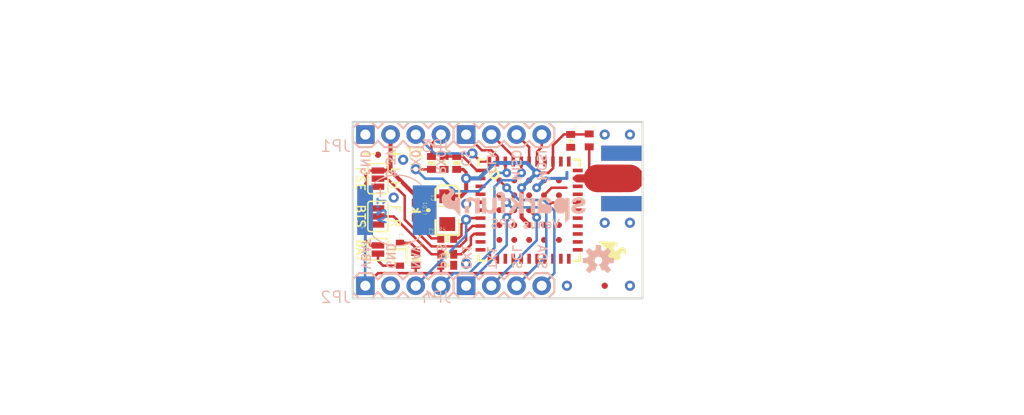
<source format=kicad_pcb>
(kicad_pcb (version 20211014) (generator pcbnew)
  (layers (0 "F.Cu" signal) (31 "B.Cu" signal) (34 "B.Paste" user) (35 "F.Paste" user) (36 "B.SilkS" user "B.Silkscreen") (37 "F.SilkS" user "F.Silkscreen") (38 "B.Mask" user) (39 "F.Mask" user) (44 "Edge.Cuts" user))
  (net 0 "")
  (net 1 "GND")
  (net 2 "ANT")
  (net 3 "3.3V")
  (net 4 "MOSI")
  (net 5 "MISO")
  (net 6 "CLK")
  (net 7 "PPS")
  (net 8 "RX0")
  (net 9 "TX0")
  (net 10 "NAV")
  (net 11 "CS")
  (net 12 "RSTN")
  (net 13 "PSE_SEL")
  (net 14 "BOOT_SEL")
  (net 15 "RFGND")
  (net 16 "N$1")
  (net 17 "VBAT")
  (net 18 "RX1")
  (net 19 "TX1")
  (net 20 "SDA")
  (net 21 "SCL")
  (net 22 "N$2")
  (net 23 "N$6")
  (net 24 "N$3")
  (net 25 "RX01")
  (footprint "boardEagle:VENUS638FLPX" (layer "F.Cu") (at 151.6761 105.0036)
    (fp_text reference "U1" (at -4 -2) (layer "F.SilkS") (effects (font (size 0.373888 0.373888) (thickness 0.032512)) (justify left bottom)))
    (fp_text value "VENUS638FLPX-L")
    (pad "1" smd rect (at -4.9 -4 180) (size 1 0.36) (layers "F.Cu" "F.Paste" "F.Mask") (net 12 "RSTN"))
    (pad "2" smd rect (at -4.9 -3.2 180) (size 1 0.36) (layers "F.Cu" "F.Paste" "F.Mask") (net 3 "3.3V"))
    (pad "3" smd rect (at -4.9 -2.4 180) (size 1 0.36) (layers "F.Cu" "F.Paste" "F.Mask"))
    (pad "4" smd rect (at -4.9 -1.6 180) (size 1 0.36) (layers "F.Cu" "F.Paste" "F.Mask"))
    (pad "5" smd rect (at -4.9 -0.8 180) (size 1 0.36) (layers "F.Cu" "F.Paste" "F.Mask"))
    (pad "6" smd rect (at -4.9 0 180) (size 1 0.36) (layers "F.Cu" "F.Paste" "F.Mask"))
    (pad "7" smd rect (at -4.9 0.8 180) (size 1 0.36) (layers "F.Cu" "F.Paste" "F.Mask") (net 10 "NAV"))
    (pad "8" smd rect (at -4.9 1.6 180) (size 1 0.36) (layers "F.Cu" "F.Paste" "F.Mask") (net 13 "PSE_SEL"))
    (pad "9" smd rect (at -4.9 2.4 180) (size 1 0.36) (layers "F.Cu" "F.Paste" "F.Mask") (net 14 "BOOT_SEL"))
    (pad "10" smd rect (at -4.9 3.2 180) (size 1 0.36) (layers "F.Cu" "F.Paste" "F.Mask") (net 1 "GND"))
    (pad "11" smd rect (at -4.9 4 180) (size 1 0.36) (layers "F.Cu" "F.Paste" "F.Mask") (net 1 "GND"))
    (pad "12" smd rect (at -4 4.9 270) (size 1 0.36) (layers "F.Cu" "F.Paste" "F.Mask"))
    (pad "13" smd rect (at -3.2 4.9 270) (size 1 0.36) (layers "F.Cu" "F.Paste" "F.Mask"))
    (pad "14" smd rect (at -2.4 4.9 270) (size 1 0.36) (layers "F.Cu" "F.Paste" "F.Mask"))
    (pad "15" smd rect (at -1.6 4.9 270) (size 1 0.36) (layers "F.Cu" "F.Paste" "F.Mask") (net 1 "GND"))
    (pad "16" smd rect (at -0.8 4.9 270) (size 1 0.36) (layers "F.Cu" "F.Paste" "F.Mask"))
    (pad "17" smd rect (at 0 4.9 270) (size 1 0.36) (layers "F.Cu" "F.Paste" "F.Mask"))
    (pad "18" smd rect (at 0.8 4.9 270) (size 1 0.36) (layers "F.Cu" "F.Paste" "F.Mask") (net 17 "VBAT"))
    (pad "19" smd rect (at 1.6 4.9 270) (size 1 0.36) (layers "F.Cu" "F.Paste" "F.Mask") (net 1 "GND"))
    (pad "20" smd rect (at 2.4 4.9 270) (size 1 0.36) (layers "F.Cu" "F.Paste" "F.Mask"))
    (pad "21" smd rect (at 3.2 4.9 270) (size 1 0.36) (layers "F.Cu" "F.Paste" "F.Mask") (net 15 "RFGND"))
    (pad "22" smd rect (at 4 4.9 270) (size 1 0.36) (layers "F.Cu" "F.Paste" "F.Mask") (net 15 "RFGND"))
    (pad "23" smd rect (at 4.9 4) (size 1 0.36) (layers "F.Cu" "F.Paste" "F.Mask"))
    (pad "24" smd rect (at 4.9 3.2) (size 1 0.36) (layers "F.Cu" "F.Paste" "F.Mask") (net 15 "RFGND"))
    (pad "25" smd rect (at 4.9 2.4) (size 1 0.36) (layers "F.Cu" "F.Paste" "F.Mask") (net 15 "RFGND"))
    (pad "26" smd rect (at 4.9 1.6) (size 1 0.36) (layers "F.Cu" "F.Paste" "F.Mask"))
    (pad "27" smd rect (at 4.9 0.8) (size 1 0.36) (layers "F.Cu" "F.Paste" "F.Mask") (net 15 "RFGND"))
    (pad "28" smd rect (at 4.9 0) (size 1 0.36) (layers "F.Cu" "F.Paste" "F.Mask") (net 15 "RFGND"))
    (pad "29" smd rect (at 4.9 -0.8) (size 1 0.36) (layers "F.Cu" "F.Paste" "F.Mask") (net 15 "RFGND"))
    (pad "30" smd rect (at 4.9 -1.6) (size 1 0.36) (layers "F.Cu" "F.Paste" "F.Mask"))
    (pad "31" smd rect (at 4.9 -2.4) (size 1 0.36) (layers "F.Cu" "F.Paste" "F.Mask") (net 15 "RFGND"))
    (pad "32" smd rect (at 4.9 -3.2) (size 1 0.36) (layers "F.Cu" "F.Paste" "F.Mask") (net 2 "ANT"))
    (pad "33" smd rect (at 4.9 -4) (size 1 0.36) (layers "F.Cu" "F.Paste" "F.Mask") (net 15 "RFGND"))
    (pad "34" smd rect (at 4 -4.9 90) (size 1 0.36) (layers "F.Cu" "F.Paste" "F.Mask"))
    (pad "35" smd rect (at 3.2 -4.9 90) (size 1 0.36) (layers "F.Cu" "F.Paste" "F.Mask"))
    (pad "36" smd rect (at 2.4 -4.9 90) (size 1 0.36) (layers "F.Cu" "F.Paste" "F.Mask") (net 3 "3.3V"))
    (pad "37" smd rect (at 1.6 -4.9 90) (size 1 0.36) (layers "F.Cu" "F.Paste" "F.Mask"))
    (pad "38" smd rect (at 0.8 -4.9 90) (size 1 0.36) (layers "F.Cu" "F.Paste" "F.Mask") (net 4 "MOSI"))
    (pad "39" smd rect (at 0 -4.9 90) (size 1 0.36) (layers "F.Cu" "F.Paste" "F.Mask") (net 5 "MISO"))
    (pad "40" smd rect (at -0.8 -4.9 90) (size 1 0.36) (layers "F.Cu" "F.Paste" "F.Mask") (net 7 "PPS"))
    (pad "41" smd rect (at -1.6 -4.9 90) (size 1 0.36) (layers "F.Cu" "F.Paste" "F.Mask") (net 6 "CLK"))
    (pad "42" smd rect (at -2.4 -4.9 90) (size 1 0.36) (layers "F.Cu" "F.Paste" "F.Mask") (net 8 "RX0"))
    (pad "43" smd rect (at -3.2 -4.9 90) (size 1 0.36) (layers "F.Cu" "F.Paste" "F.Mask") (net 11 "CS"))
    (pad "44" smd rect (at -4 -4.9 90) (size 1 0.36) (layers "F.Cu" "F.Paste" "F.Mask") (net 9 "TX0"))
    (pad "45" smd roundrect (at -3 -3) (size 0.6 0.6) (layers "F.Cu" "F.Paste" "F.Mask") (roundrect_rratio 0.5) (net 20 "SDA"))
    (pad "46" smd roundrect (at -3 -1.5) (size 0.6 0.6) (layers "F.Cu" "F.Paste" "F.Mask") (roundrect_rratio 0.5) (net 21 "SCL"))
    (pad "47" smd roundrect (at -3 0) (size 0.6 0.6) (layers "F.Cu" "F.Paste" "F.Mask") (roundrect_rratio 0.5))
    (pad "48" smd roundrect (at -3 1.5) (size 0.6 0.6) (layers "F.Cu" "F.Paste" "F.Mask") (roundrect_rratio 0.5))
    (pad "49" smd roundrect (at -3 3) (size 0.6 0.6) (layers "F.Cu" "F.Paste" "F.Mask") (roundrect_rratio 0.5) (net 1 "GND"))
    (pad "50" smd roundrect (at -1.5 -3) (size 0.6 0.6) (layers "F.Cu" "F.Paste" "F.Mask") (roundrect_rratio 0.5))
    (pad "51" smd roundrect (at -1.5 -1.5) (size 0.6 0.6) (layers "F.Cu" "F.Paste" "F.Mask") (roundrect_rratio 0.5))
    (pad "52" smd roundrect (at -1.5 0) (size 0.6 0.6) (layers "F.Cu" "F.Paste" "F.Mask") (roundrect_rratio 0.5) (net 18 "RX1"))
    (pad "53" smd roundrect (at -1.5 1.5) (size 0.6 0.6) (layers "F.Cu" "F.Paste" "F.Mask") (roundrect_rratio 0.5))
    (pad "54" smd roundrect (at -1.5 3) (size 0.6 0.6) (layers "F.Cu" "F.Paste" "F.Mask") (roundrect_rratio 0.5))
    (pad "55" smd roundrect (at 0 -3) (size 0.6 0.6) (layers "F.Cu" "F.Paste" "F.Mask") (roundrect_rratio 0.5))
    (pad "56" smd roundrect (at 0 -1.5) (size 0.6 0.6) (layers "F.Cu" "F.Paste" "F.Mask") (roundrect_rratio 0.5))
    (pad "57" smd roundrect (at 0 0) (size 0.6 0.6) (layers "F.Cu" "F.Paste" "F.Mask") (roundrect_rratio 0.5) (net 19 "TX1"))
    (pad "58" smd roundrect (at 0 1.5) (size 0.6 0.6) (layers "F.Cu" "F.Paste" "F.Mask") (roundrect_rratio 0.5) (net 3 "3.3V"))
    (pad "59" smd roundrect (at 0 3) (size 0.6 0.6) (layers "F.Cu" "F.Paste" "F.Mask") (roundrect_rratio 0.5))
    (pad "60" smd roundrect (at 1.5 -3) (size 0.6 0.6) (layers "F.Cu" "F.Paste" "F.Mask") (roundrect_rratio 0.5) (net 1 "GND"))
    (pad "61" smd roundrect (at 1.5 -1.5) (size 0.6 0.6) (layers "F.Cu" "F.Paste" "F.Mask") (roundrect_rratio 0.5) (net 15 "RFGND"))
    (pad "62" smd roundrect (at 1.5 0) (size 0.6 0.6) (layers "F.Cu" "F.Paste" "F.Mask") (roundrect_rratio 0.5) (net 15 "RFGND"))
    (pad "63" smd roundrect (at 1.5 1.5) (size 0.6 0.6) (layers "F.Cu" "F.Paste" "F.Mask") (roundrect_rratio 0.5))
    (pad "64" smd roundrect (at 1.5 3) (size 0.6 0.6) (layers "F.Cu" "F.Paste" "F.Mask") (roundrect_rratio 0.5) (net 1 "GND"))
    (pad "65" smd roundrect (at 3 -3) (size 0.6 0.6) (layers "F.Cu" "F.Paste" "F.Mask") (roundrect_rratio 0.5) (net 15 "RFGND"))
    (pad "66" smd roundrect (at 3 -1.5) (size 0.6 0.6) (layers "F.Cu" "F.Paste" "F.Mask") (roundrect_rratio 0.5))
    (pad "67" smd roundrect (at 3 0) (size 0.6 0.6) (layers "F.Cu" "F.Paste" "F.Mask") (roundrect_rratio 0.5))
    (pad "68" smd roundrect (at 3 1.5) (size 0.6 0.6) (layers "F.Cu" "F.Paste" "F.Mask") (roundrect_rratio 0.5))
    (pad "69" smd roundrect (at 3 3) (size 0.6 0.6) (layers "F.Cu" "F.Paste" "F.Mask") (roundrect_rratio 0.5) (net 15 "RFGND"))
  )
  (footprint "boardEagle:SFE-LOGO-FLAME" (layer "F.Cu") (at 158.6611 108.1786 -90)
    (fp_text reference "LOGO1" hide)
    (fp_text value "LOGO-SFESK" hide)
  )
  (footprint "boardEagle:0402-RES" (layer "F.Cu") (at 140.2461 109.9248 -90)
    (fp_text reference "R3" (at -0.889 -0.6985 -90) (layer "F.SilkS") (effects (font (size 0.373888 0.373888) (thickness 0.032512)) (justify left bottom)))
    (fp_text value "330")
    (pad "1" smd rect (at -0.65 0 270) (size 0.7 0.9) (layers "F.Cu" "F.Paste" "F.Mask") (net 24 "N$3"))
    (pad "2" smd rect (at 0.65 0 270) (size 0.7 0.9) (layers "F.Cu" "F.Paste" "F.Mask") (net 17 "VBAT"))
  )
  (footprint "boardEagle:0402-RES" (layer "F.Cu") (at 144.3736 100.2411 -90)
    (fp_text reference "R1" (at -0.889 -0.6985 -90) (layer "F.SilkS") (effects (font (size 0.373888 0.373888) (thickness 0.032512)) (justify left bottom)))
    (fp_text value "33k")
    (pad "1" smd rect (at -0.65 0 270) (size 0.7 0.9) (layers "F.Cu" "F.Paste" "F.Mask") (net 12 "RSTN"))
    (pad "2" smd rect (at 0.65 0 270) (size 0.7 0.9) (layers "F.Cu" "F.Paste" "F.Mask") (net 3 "3.3V"))
  )
  (footprint "boardEagle:0402-CAP" (layer "F.Cu") (at 143.1036 100.2411 -90)
    (fp_text reference "C3" (at -0.889 -0.6985 -90) (layer "F.SilkS") (effects (font (size 0.373888 0.373888) (thickness 0.032512)) (justify left bottom)))
    (fp_text value "1uF")
    (pad "1" smd rect (at -0.65 0 270) (size 0.7 0.9) (layers "F.Cu" "F.Paste" "F.Mask") (net 12 "RSTN"))
    (pad "2" smd rect (at 0.65 0 270) (size 0.7 0.9) (layers "F.Cu" "F.Paste" "F.Mask") (net 1 "GND"))
  )
  (footprint "boardEagle:LED-0603" (layer "F.Cu") (at 140.2461 105.0036 180)
    (fp_text reference "LED1" (at -0.6985 0.889 270) (layer "F.SilkS") (effects (font (size 0.373888 0.373888) (thickness 0.032512)) (justify right top)))
    (fp_text value "Red")
    (pad "A" smd rect (at 0 0.75 180) (size 0.8 0.8) (layers "F.Cu" "F.Paste" "F.Mask") (net 3 "3.3V"))
    (pad "C" smd rect (at 0 -0.75 180) (size 0.8 0.8) (layers "F.Cu" "F.Paste" "F.Mask") (net 16 "N$1"))
  )
  (footprint "boardEagle:C0402" (layer "F.Cu") (at 157.734 97.9678 -90)
    (fp_text reference "L1" (at -0.889 -0.6985 -90) (layer "F.SilkS") (effects (font (size 0.373888 0.373888) (thickness 0.032512)) (justify left bottom)))
    (fp_text value "33nH")
    (pad "1" smd rect (at -0.65 0 270) (size 0.7 0.9) (layers "F.Cu" "F.Paste" "F.Mask") (net 3 "3.3V"))
    (pad "2" smd rect (at 0.65 0 270) (size 0.7 0.9) (layers "F.Cu" "F.Paste" "F.Mask") (net 2 "ANT"))
  )
  (footprint "boardEagle:0402-RES" (layer "F.Cu") (at 143.4211 107.8484)
    (fp_text reference "R4" (at -0.889 -0.6985) (layer "F.SilkS") (effects (font (size 0.373888 0.373888) (thickness 0.032512)) (justify left bottom)))
    (fp_text value "330")
    (pad "1" smd rect (at -0.65 0) (size 0.7 0.9) (layers "F.Cu" "F.Paste" "F.Mask") (net 16 "N$1"))
    (pad "2" smd rect (at 0.65 0) (size 0.7 0.9) (layers "F.Cu" "F.Paste" "F.Mask") (net 10 "NAV"))
  )
  (footprint "boardEagle:0402-CAP" (layer "F.Cu") (at 141.5161 105.0036 -90)
    (fp_text reference "C1" (at -0.889 -0.6985 -90) (layer "F.SilkS") (effects (font (size 0.373888 0.373888) (thickness 0.032512)) (justify left bottom)))
    (fp_text value "0.1uF")
    (pad "1" smd rect (at -0.65 0 270) (size 0.7 0.9) (layers "F.Cu" "F.Paste" "F.Mask") (net 3 "3.3V"))
    (pad "2" smd rect (at 0.65 0 270) (size 0.7 0.9) (layers "F.Cu" "F.Paste" "F.Mask") (net 1 "GND"))
  )
  (footprint "boardEagle:SJ_3_PASTE2&3" (layer "F.Cu") (at 136.4361 101.8286 -90)
    (fp_text reference "SJ2" (at -1.27 -1.27 -90) (layer "F.SilkS") (effects (font (size 0.373888 0.373888) (thickness 0.032512)) (justify left bottom)))
    (fp_text value "PSE")
    (pad "1" smd rect (at -0.8128 0 270) (size 0.635 1.27) (layers "F.Cu" "F.Mask") (net 3 "3.3V"))
    (pad "2" smd rect (at 0 0 270) (size 0.635 1.27) (layers "F.Cu" "F.Mask") (net 13 "PSE_SEL"))
    (pad "3" smd rect (at 0.8128 0 270) (size 0.635 1.27) (layers "F.Cu" "F.Mask") (net 1 "GND"))
  )
  (footprint "boardEagle:0402-RES" (layer "F.Cu") (at 141.8336 100.2411 90)
    (fp_text reference "R6" (at -0.889 -0.6985 90) (layer "F.SilkS") (effects (font (size 0.373888 0.373888) (thickness 0.032512)) (justify left bottom)))
    (fp_text value "10K")
    (pad "1" smd rect (at -0.65 0 90) (size 0.7 0.9) (layers "F.Cu" "F.Paste" "F.Mask") (net 8 "RX0"))
    (pad "2" smd rect (at 0.65 0 90) (size 0.7 0.9) (layers "F.Cu" "F.Paste" "F.Mask") (net 25 "RX01"))
  )
  (footprint "boardEagle:MICRO-FIDUCIAL" (layer "F.Cu") (at 159.2961 112.6236)
    (fp_text reference "JP6" hide)
    (fp_text value "FIDUCIALUFIDUCIAL" hide)
    (pad "1" smd roundrect (at 0 0) (size 0.635 0.635) (layers "F.Cu" "F.Mask") (roundrect_rratio 0.5))
  )
  (footprint "boardEagle:MICRO-FIDUCIAL" (layer "F.Cu") (at 136.4361 99.4156)
    (fp_text reference "JP7" hide)
    (fp_text value "FIDUCIALUFIDUCIAL" hide)
    (pad "1" smd roundrect (at 0 0) (size 0.635 0.635) (layers "F.Cu" "F.Mask") (roundrect_rratio 0.5))
  )
  (footprint "boardEagle:SOD-323" (layer "F.Cu") (at 138.6586 109.4486 -90)
    (fp_text reference "D1" (at -0.889 -1.016 -90) (layer "F.SilkS") (effects (font (size 0.373888 0.373888) (thickness 0.032512)) (justify left bottom)))
    (fp_text value "BAS16")
    (pad "1" smd rect (at -1.15 0 270) (size 0.63 0.83) (layers "F.Cu" "F.Paste" "F.Mask") (net 24 "N$3"))
    (pad "2" smd rect (at 1.15 0 270) (size 0.63 0.83) (layers "F.Cu" "F.Paste" "F.Mask") (net 23 "N$6"))
  )
  (footprint "boardEagle:EIA3216" (layer "F.Cu") (at 143.4211 105.0036 90)
    (fp_text reference "C2" (at -2.54 -1.381 90) (layer "F.SilkS") (effects (font (size 0.373888 0.373888) (thickness 0.032512)) (justify left bottom)))
    (fp_text value "10uF")
    (pad "A" smd rect (at 1.4 0 180) (size 1.6 1.4) (layers "F.Cu" "F.Paste" "F.Mask") (net 3 "3.3V"))
    (pad "C" smd rect (at -1.4 0 180) (size 1.6 1.4) (layers "F.Cu" "F.Paste" "F.Mask") (net 1 "GND"))
  )
  (footprint "boardEagle:CREATIVE_COMMONS" (layer "F.Cu") (at 118.6561 125.3236)
    (fp_text reference "U$5" hide)
    (fp_text value "CREATIVE_COMMONS" hide)
  )
  (footprint "boardEagle:0402-CAP" (layer "F.Cu") (at 143.4211 110.5597)
    (fp_text reference "C5" (at -0.889 -0.6985) (layer "F.SilkS") (effects (font (size 0.373888 0.373888) (thickness 0.032512)) (justify left bottom)))
    (fp_text value "0.1uF")
    (pad "1" smd rect (at -0.65 0) (size 0.7 0.9) (layers "F.Cu" "F.Paste" "F.Mask") (net 17 "VBAT"))
    (pad "2" smd rect (at 0.65 0) (size 0.7 0.9) (layers "F.Cu" "F.Paste" "F.Mask") (net 1 "GND"))
  )
  (footprint "boardEagle:0402-CAP" (layer "F.Cu") (at 155.8671 98.0186 -90)
    (fp_text reference "C4" (at -0.889 -0.6985 -90) (layer "F.SilkS") (effects (font (size 0.373888 0.373888) (thickness 0.032512)) (justify left bottom)))
    (fp_text value "22pF")
    (pad "1" smd rect (at -0.65 0 270) (size 0.7 0.9) (layers "F.Cu" "F.Paste" "F.Mask") (net 3 "3.3V"))
    (pad "2" smd rect (at 0.65 0 270) (size 0.7 0.9) (layers "F.Cu" "F.Paste" "F.Mask") (net 15 "RFGND"))
  )
  (footprint "boardEagle:SMA-EDGE" (layer "F.Cu") (at 160.9725 104.3432 90)
    (fp_text reference "JP5" hide)
    (fp_text value "SMA_EDGE" hide)
    (pad "GND@0" smd rect (at 0 0 90) (size 1.524 4.064) (layers "F.Cu" "F.Mask") (net 15 "RFGND"))
    (pad "GND@1" smd rect (at 5.08 0 90) (size 1.524 4.064) (layers "F.Cu" "F.Mask") (net 15 "RFGND"))
    (pad "GND@2" smd rect (at 0 0 90) (size 1.524 4.064) (layers "B.Cu" "B.Paste" "B.Mask") (net 15 "RFGND"))
    (pad "GND@3" smd rect (at 5.08 0 90) (size 1.524 4.064) (layers "B.Cu" "B.Paste" "B.Mask") (net 15 "RFGND"))
    (pad "SIG" smd rect (at 2.54 0 90) (size 1.524 4.064) (layers "F.Cu" "F.Mask") (net 2 "ANT"))
  )
  (footprint "boardEagle:0402-RES" (layer "F.Cu") (at 143.4211 109.4486)
    (fp_text reference "R2" (at -0.889 -0.6985) (layer "F.SilkS") (effects (font (size 0.373888 0.373888) (thickness 0.032512)) (justify left bottom)))
    (fp_text value "10k")
    (pad "1" smd rect (at -0.65 0) (size 0.7 0.9) (layers "F.Cu" "F.Paste" "F.Mask") (net 22 "N$2"))
    (pad "2" smd rect (at 0.65 0) (size 0.7 0.9) (layers "F.Cu" "F.Paste" "F.Mask") (net 14 "BOOT_SEL"))
  )
  (footprint "boardEagle:SJ_3_PASTE2&3" (layer "F.Cu") (at 136.4361 105.6386 90)
    (fp_text reference "SJ1" (at -1.27 -1.27 90) (layer "F.SilkS") (effects (font (size 0.373888 0.373888) (thickness 0.032512)) (justify left bottom)))
    (fp_text value "BTS")
    (pad "1" smd rect (at -0.8128 0 90) (size 0.635 1.27) (layers "F.Cu" "F.Mask") (net 3 "3.3V"))
    (pad "2" smd rect (at 0 0 90) (size 0.635 1.27) (layers "F.Cu" "F.Mask") (net 22 "N$2"))
    (pad "3" smd rect (at 0.8128 0 90) (size 0.635 1.27) (layers "F.Cu" "F.Mask") (net 1 "GND"))
  )
  (footprint "boardEagle:SJ_2S" (layer "F.Cu") (at 136.4361 108.9723 -90)
    (fp_text reference "SJ3" (at -0.9498 -1.27 -90) (layer "F.SilkS") (effects (font (size 0.373888 0.373888) (thickness 0.032512)) (justify left bottom)))
    (fp_text value "BAT")
    (pad "1" smd rect (at -0.4119 0 270) (size 0.635 1.27) (layers "F.Cu" "F.Paste" "F.Mask") (net 3 "3.3V"))
    (pad "2" smd rect (at 0.4119 0 270) (size 0.635 1.27) (layers "F.Cu" "F.Paste" "F.Mask") (net 23 "N$6"))
  )
  (footprint "boardEagle:GND-JUMP" (layer "B.Cu") (at 154.5336 101.8036)
    (fp_text reference "R7" (at -0.635 0.3175 180) (layer "B.SilkS") (effects (font (size 0.34544 0.34544) (thickness 0.06096)) (justify left bottom mirror)))
    (fp_text value "0")
    (pad "1" smd rect (at -0.13335 0) (size 0.3048 0.3048) (layers "B.Cu") (net 1 "GND"))
    (pad "2" smd rect (at 0.13335 0) (size 0.3048 0.3048) (layers "B.Cu") (net 15 "RFGND"))
  )
  (footprint "boardEagle:SFE-LOGO-FLAME" (layer "B.Cu") (at 144.7292 105.6005 180)
    (fp_text reference "LOGO2" hide)
    (fp_text value "LOGO-SFESK" hide)
  )
  (footprint "boardEagle:SFE-NEW-WEB" (layer "B.Cu") (at 157.3911 106.2736 180)
    (fp_text reference "LOGO3" hide)
    (fp_text value "LOGO-SFENW2" hide)
  )
  (footprint "boardEagle:OSHW-LOGO-S" (layer "B.Cu") (at 158.6611 110.0836 180)
    (fp_text reference "U$4" hide)
    (fp_text value "OSHW-LOGOS" hide)
  )
  (footprint "boardEagle:1X04" (layer "B.Cu") (at 135.1661 112.6236)
    (fp_text reference "JP2" (at -1.3462 1.8288 180) (layer "B.SilkS") (effects (font (size 1.143 1.143) (thickness 0.127)) (justify left bottom mirror)))
    (fp_text value "MISC")
    (pad "1" thru_hole rect (at 0 0 270) (size 1.8796 1.8796) (drill 1.016) (layers *.Cu *.Mask) (net 17 "VBAT"))
    (pad "2" thru_hole circle (at 2.54 0 270) (size 1.8796 1.8796) (drill 1.016) (layers *.Cu *.Mask) (net 1 "GND"))
    (pad "3" thru_hole circle (at 5.08 0 270) (size 1.8796 1.8796) (drill 1.016) (layers *.Cu *.Mask) (net 10 "NAV"))
    (pad "4" thru_hole circle (at 7.62 0 270) (size 1.8796 1.8796) (drill 1.016) (layers *.Cu *.Mask) (net 7 "PPS"))
  )
  (footprint "boardEagle:1X04" (layer "B.Cu") (at 145.3261 97.3836)
    (fp_text reference "JP3" (at -1.3462 1.8288 180) (layer "B.SilkS") (effects (font (size 1.143 1.143) (thickness 0.127)) (justify left bottom mirror)))
    (fp_text value "SPI")
    (pad "1" thru_hole rect (at 0 0 270) (size 1.8796 1.8796) (drill 1.016) (layers *.Cu *.Mask) (net 11 "CS"))
    (pad "2" thru_hole circle (at 2.54 0 270) (size 1.8796 1.8796) (drill 1.016) (layers *.Cu *.Mask) (net 6 "CLK"))
    (pad "3" thru_hole circle (at 5.08 0 270) (size 1.8796 1.8796) (drill 1.016) (layers *.Cu *.Mask) (net 5 "MISO"))
    (pad "4" thru_hole circle (at 7.62 0 270) (size 1.8796 1.8796) (drill 1.016) (layers *.Cu *.Mask) (net 4 "MOSI"))
  )
  (footprint "boardEagle:EN_J2" (layer "B.Cu") (at 138.3411 105.0036 90)
    (fp_text reference "C7" (at -2.28 0.66 270) (layer "B.SilkS") (effects (font (size 0.373888 0.373888) (thickness 0.032512)) (justify left bottom mirror)))
    (fp_text value "DNP")
    (pad "+" smd rect (at 0 -3.2 90) (size 5 1.6) (layers "B.Cu" "B.Paste" "B.Mask") (net 17 "VBAT"))
    (pad "-" smd rect (at 0 2.8 90) (size 5 2.4) (layers "B.Cu" "B.Paste" "B.Mask") (net 1 "GND"))
  )
  (footprint "boardEagle:1X04" (layer "B.Cu") (at 145.3261 112.6236)
    (fp_text reference "JP4" (at -1.3462 1.8288 180) (layer "B.SilkS") (effects (font (size 1.143 1.143) (thickness 0.127)) (justify left bottom mirror)))
    (fp_text value "AUX")
    (pad "1" thru_hole rect (at 0 0 270) (size 1.8796 1.8796) (drill 1.016) (layers *.Cu *.Mask) (net 18 "RX1"))
    (pad "2" thru_hole circle (at 2.54 0 270) (size 1.8796 1.8796) (drill 1.016) (layers *.Cu *.Mask) (net 19 "TX1"))
    (pad "3" thru_hole circle (at 5.08 0 270) (size 1.8796 1.8796) (drill 1.016) (layers *.Cu *.Mask) (net 21 "SCL"))
    (pad "4" thru_hole circle (at 7.62 0 270) (size 1.8796 1.8796) (drill 1.016) (layers *.Cu *.Mask) (net 20 "SDA"))
  )
  (footprint "boardEagle:1X04" (layer "B.Cu") (at 135.1661 97.3836)
    (fp_text reference "JP1" (at -1.3462 1.8288 180) (layer "B.SilkS") (effects (font (size 1.143 1.143) (thickness 0.127)) (justify left bottom mirror)))
    (fp_text value "MAIN")
    (pad "1" thru_hole rect (at 0 0 270) (size 1.8796 1.8796) (drill 1.016) (layers *.Cu *.Mask) (net 1 "GND"))
    (pad "2" thru_hole circle (at 2.54 0 270) (size 1.8796 1.8796) (drill 1.016) (layers *.Cu *.Mask) (net 3 "3.3V"))
    (pad "3" thru_hole circle (at 5.08 0 270) (size 1.8796 1.8796) (drill 1.016) (layers *.Cu *.Mask) (net 9 "TX0"))
    (pad "4" thru_hole circle (at 7.62 0 270) (size 1.8796 1.8796) (drill 1.016) (layers *.Cu *.Mask) (net 25 "RX01"))
  )
  (gr_line (start 133.8961 113.8936) (end 163.1061 113.8936) (layer "Edge.Cuts") (width 0.2032))
  (gr_line (start 163.1061 96.1136) (end 133.8961 96.1136) (layer "Edge.Cuts") (width 0.2032))
  (gr_line (start 163.1061 113.8936) (end 163.1061 96.1136) (layer "Edge.Cuts") (width 0.2032))
  (gr_line (start 133.8961 96.1136) (end 133.8961 113.8936) (layer "Edge.Cuts") (width 0.2032))
  (gr_text "V2.1" (at 136.2859 106.4474 -90) (layer "B.Cu") (effects (font (size 0.8128 0.8128) (thickness 0.2032)) (justify left bottom mirror)))
  (gr_text "GND" (at 135.6424 98.8124 -90) (layer "B.SilkS") (effects (font (size 0.8636 0.8636) (thickness 0.1524)) (justify right top mirror)))
  (gr_text "SDA" (at 152.4699 111.0361 -90) (layer "B.SilkS") (effects (font (size 0.8636 0.8636) (thickness 0.1524)) (justify left bottom mirror)))
  (gr_text "MISO" (at 150.8824 98.8124 -90) (layer "B.SilkS") (effects (font (size 0.8636 0.8636) (thickness 0.1524)) (justify right top mirror)))
  (gr_text "SCL" (at 149.9299 111.0361 -90) (layer "B.SilkS") (effects (font (size 0.8636 0.8636) (thickness 0.1524)) (justify left bottom mirror)))
  (gr_text "3.3V" (at 138.1824 98.8124 -90) (layer "B.SilkS") (effects (font (size 0.8636 0.8636) (thickness 0.1524)) (justify right top mirror)))
  (gr_text "CLK" (at 148.3424 98.8124 -90) (layer "B.SilkS") (effects (font (size 0.8636 0.8636) (thickness 0.1524)) (justify right top mirror)))
  (gr_text "TX1" (at 147.3899 111.0361 -90) (layer "B.SilkS") (effects (font (size 0.8636 0.8636) (thickness 0.1524)) (justify left bottom mirror)))
  (gr_text "PPS" (at 142.3099 111.0361 -90) (layer "B.SilkS") (effects (font (size 0.8636 0.8636) (thickness 0.1524)) (justify left bottom mirror)))
  (gr_text "RX1" (at 144.8499 111.0361 -90) (layer "B.SilkS") (effects (font (size 0.8636 0.8636) (thickness 0.1524)) (justify left bottom mirror)))
  (gr_text "MOSI" (at 153.4224 98.8124 -90) (layer "B.SilkS") (effects (font (size 0.8636 0.8636) (thickness 0.1524)) (justify right top mirror)))
  (gr_text "Venus GPS" (at 154.8511 106.9086) (layer "B.SilkS") (effects (font (size 0.8636 0.8636) (thickness 0.1524)) (justify left bottom mirror)))
  (gr_text "RX0" (at 143.2624 98.8124 -90) (layer "B.SilkS") (effects (font (size 0.8636 0.8636) (thickness 0.1524)) (justify right top mirror)))
  (gr_text "NAV" (at 139.7699 111.0361 -90) (layer "B.SilkS") (effects (font (size 0.8636 0.8636) (thickness 0.1524)) (justify left bottom mirror)))
  (gr_text "VBAT" (at 134.6899 111.0361 -90) (layer "B.SilkS") (effects (font (size 0.8636 0.8636) (thickness 0.1524)) (justify left bottom mirror)))
  (gr_text "TX0" (at 140.7224 98.8124 -90) (layer "B.SilkS") (effects (font (size 0.8636 0.8636) (thickness 0.1524)) (justify right top mirror)))
  (gr_text "GND" (at 137.2298 111.0361 -90) (layer "B.SilkS") (effects (font (size 0.8636 0.8636) (thickness 0.1524)) (justify left bottom mirror)))
  (gr_text "CS" (at 145.8024 98.8124 -90) (layer "B.SilkS") (effects (font (size 0.8636 0.8636) (thickness 0.1524)) (justify right top mirror)))
  (gr_text "+" (at 137.0711 100.0823) (layer "F.SilkS") (effects (font (size 1.475232 1.475232) (thickness 0.201168)) (justify left bottom)))
  (gr_text "BTS" (at 134.1818 104.3369 270) (layer "F.SilkS") (effects (font (size 0.8636 0.8636) (thickness 0.1524)) (justify left bottom)))
  (gr_text "L H" (at 137.7061 100.5586 270) (layer "F.SilkS") (effects (font (size 0.8636 0.8636) (thickness 0.1524)) (justify left bottom)))
  (gr_text "TX" (at 139.1348 99.9237) (layer "F.SilkS") (effects (font (size 1.0795 1.0795) (thickness 0.1905)) (justify left bottom)))
  (gr_text "-" (at 134.5312 100.0823) (layer "F.SilkS") (effects (font (size 1.475232 1.475232) (thickness 0.201168)) (justify left bottom)))
  (gr_text "F R" (at 137.7061 104.3686 270) (layer "F.SilkS") (effects (font (size 0.8636 0.8636) (thickness 0.1524)) (justify left bottom)))
  (gr_text "PSE" (at 134.1564 100.5205 270) (layer "F.SilkS") (effects (font (size 0.8636 0.8636) (thickness 0.1524)) (justify left bottom)))
  (gr_text "BAT" (at 134.1819 107.8294 270) (layer "F.SilkS") (effects (font (size 0.8636 0.8636) (thickness 0.1524)) (justify left bottom)))
  (via (at 138.9761 99.9236) (size 1.016) (drill 0.508) (layers "F.Cu" "B.Cu") (net 1))
  (via (at 145.3261 110.4011) (size 1.016) (drill 0.508) (layers "F.Cu" "B.Cu") (net 1))
  (via (at 145.3261 104.3686) (size 1.016) (drill 0.508) (layers "F.Cu" "B.Cu") (net 1))
  (via (at 152.4381 102.743) (size 0.889) (drill 0.381) (layers "F.Cu" "B.Cu") (net 1))
  (via (at 138.0236 103.7336) (size 1.016) (drill 0.508) (layers "F.Cu" "B.Cu") (net 1))
  (segment (start 153.1761 102.0036) (end 153.1761 102.005) (width 0.4064) (layer "B.Cu") (net 1))
  (segment (start 153.1761 101.8036) (end 153.1761 102.0036) (width 0.3048) (layer "B.Cu") (net 1))
  (segment (start 154.40025 101.8036) (end 153.1761 101.8036) (width 0.3048) (layer "B.Cu") (net 1))
  (segment (start 153.1761 102.005) (end 152.4381 102.743) (width 0.4064) (layer "B.Cu") (net 1))
  (segment (start 153.3761 101.8036) (end 153.1761 102.0036) (width 0.4064) (layer "B.Cu") (net 1))
  (segment (start 158.5591 101.8036) (end 160.9725 101.8036) (width 2.7686) (layer "F.Cu") (net 2))
  (segment (start 156.5761 101.8036) (end 158.0261 101.8036) (width 0.8128) (layer "F.Cu") (net 2))
  (segment (start 157.734 101.5115) (end 157.734 98.6178) (width 0.254) (layer "F.Cu") (net 2))
  (segment (start 158.0261 101.8036) (end 158.5591 101.8036) (width 0.8128) (layer "F.Cu") (net 2))
  (segment (start 158.0261 101.8036) (end 157.734 101.5115) (width 0.254) (layer "F.Cu") (net 2))
  (segment (start 160.9725 101.8036) (end 160.9725 101.8032) (width 0.254) (layer "F.Cu") (net 2))
  (segment (start 158.5591 101.8036) (end 161.8361 101.8036) (width 2.7686) (layer "F.Cu") (net 2))
  (segment (start 141.5161 104.3536) (end 142.2661 103.6036) (width 0.4064) (layer "F.Cu") (net 3))
  (segment (start 135.1788 101.4984) (end 135.6614 101.0158) (width 0.254) (layer "F.Cu") (net 3))
  (segment (start 145.3261 101.8036) (end 145.3261 101.1936) (width 0.3048) (layer "F.Cu") (net 3))
  (segment (start 137.7061 101.0158) (end 137.7061 97.3836) (width 0.4064) (layer "F.Cu") (net 3))
  (segment (start 135.6614 101.0158) (end 136.4361 101.0158) (width 0.254) (layer "F.Cu") (net 3))
  (segment (start 136.4361 101.0158) (end 137.7061 101.0158) (width 0.4064) (layer "F.Cu") (net 3))
  (segment (start 145.3261 101.1936) (end 145.0236 100.8911) (width 0.3048) (layer "F.Cu") (net 3))
  (segment (start 154.2161 98.3361) (end 155.1836 97.3686) (width 0.254) (layer "F.Cu") (net 3))
  (segment (start 153.6192 101.2444) (end 154.0891 100.7745) (width 0.254) (layer "F.Cu") (net 3))
  (segment (start 150.9141 105.7402) (end 151.6761 106.5036) (width 0.4064) (layer "F.Cu") (net 3))
  (segment (start 155.8671 97.3686) (end 157.6832 97.3686) (width 0.254) (layer "F.Cu") (net 3))
  (segment (start 154.0761 100.1036) (end 154.0761 98.4761) (width 0.254) (layer "F.Cu") (net 3))
  (segment (start 140.2461 103.5558) (end 140.2461 104.2536) (width 0.4064) (layer "F.Cu") (net 3))
  (segment (start 155.1836 97.3686) (end 155.8671 97.3686) (width 0.254) (layer "F.Cu") (net 3))
  (segment (start 151.6761 106.5036) (end 151.6761 106.5784) (width 0.254) (layer "F.Cu") (net 3))
  (segment (start 142.2661 103.6036) (end 143.4211 103.6036) (width 0.4064) (layer "F.Cu") (net 3))
  (segment (start 144.8211 103.6036) (end 145.3261 103.0986) (width 0.4064) (layer "F.Cu") (net 3))
  (segment (start 143.4211 103.6036) (end 144.8211 103.6036) (width 0.4064) (layer "F.Cu") (net 3))
  (segment (start 135.7067 108.5604) (end 135.1788 108.0325) (width 0.254) (layer "F.Cu") (net 3))
  (segment (start 145.0236 100.8911) (end 144.3736 100.8911) (width 0.3048) (layer "F.Cu") (net 3))
  (segment (start 135.1788 108.0325) (end 135.1788 106.4514) (width 0.254) (layer "F.Cu") (net 3))
  (segment (start 135.7067 108.5604) (end 136.4361 108.5604) (width 0.254) (layer "F.Cu") (net 3))
  (segment (start 145.6686 101.8036) (end 146.7761 101.8036) (width 0.4064) (layer "F.Cu") (net 3))
  (segment (start 140.2461 104.2536) (end 141.4161 104.2536) (width 0.4064) (layer "F.Cu") (net 3))
  (segment (start 145.3261 103.0986) (end 145.3261 101.8036) (width 0.4064) (layer "F.Cu") (net 3))
  (segment (start 137.7061 101.0158) (end 140.2461 103.5558) (width 0.4064) (layer "F.Cu") (net 3))
  (segment (start 145.3261 101.8036) (end 145.6686 101.8036) (width 0.4064) (layer "F.Cu") (net 3))
  (segment (start 154.0891 100.7745) (end 154.0761 100.1036) (width 0.254) (layer "F.Cu") (net 3))
  (segment (start 135.1788 106.4514) (end 135.1788 101.4984) (width 0.254) (layer "F.Cu") (net 3))
  (segment (start 157.6832 97.3686) (end 157.734 97.3178) (width 0.254) (layer "F.Cu") (net 3))
  (segment (start 135.1788 106.4514) (end 136.4361 106.4514) (width 0.254) (layer "F.Cu") (net 3))
  (segment (start 154.0761 98.4761) (end 154.2161 98.3361) (width 0.254) (layer "F.Cu") (net 3))
  (segment (start 150.9141 102.743) (end 150.9141 105.7402) (width 0.4064) (layer "F.Cu") (net 3))
  (segment (start 141.4161 104.2536) (end 141.5161 104.3536) (width 0.254) (layer "F.Cu") (net 3))
  (segment (start 152.4381 101.2444) (end 153.6192 101.2444) (width 0.254) (layer "F.Cu") (net 3))
  (via (at 145.3261 101.8036) (size 1.016) (drill 0.508) (layers "F.Cu" "B.Cu") (net 3))
  (via (at 150.9141 102.743) (size 0.889) (drill 0.381) (layers "F.Cu" "B.Cu") (net 3))
  (via (at 152.4381 101.2444) (size 0.889) (drill 0.381) (layers "F.Cu" "B.Cu") (net 3))
  (segment (start 145.3261 101.8036) (end 146.6211 101.8036) (width 0.4064) (layer "B.Cu") (net 3))
  (segment (start 151.4348 100.2411) (end 152.4381 101.2444) (width 0.4064) (layer "B.Cu") (net 3))
  (segment (start 148.1836 100.2411) (end 151.4348 100.2411) (width 0.4064) (layer "B.Cu") (net 3))
  (segment (start 146.6211 101.8036) (end 148.1836 100.2411) (width 0.4064) (layer "B.Cu") (net 3))
  (segment (start 152.4381 101.2444) (end 150.9141 102.743) (width 0.4064) (layer "B.Cu") (net 3))
  (segment (start 152.9461 98.6536) (end 152.9461 97.3836) (width 0.254) (layer "F.Cu") (net 4))
  (segment (start 152.4761 100.1036) (end 152.4761 99.1236) (width 0.254) (layer "F.Cu") (net 4))
  (segment (start 152.4761 99.1236) (end 152.9461 98.6536) (width 0.254) (layer "F.Cu") (net 4))
  (segment (start 150.4061 97.3836) (end 151.6761 98.6536) (width 0.254) (layer "F.Cu") (net 5))
  (segment (start 151.6761 98.6536) (end 151.6761 100.1036) (width 0.254) (layer "F.Cu") (net 5))
  (segment (start 147.8661 97.3836) (end 150.0759 99.5934) (width 0.254) (layer "F.Cu") (net 6))
  (segment (start 150.0759 99.5934) (end 150.0761 100.1036) (width 0.254) (layer "F.Cu") (net 6))
  (segment (start 150.8887 101.1936) (end 150.8761 100.1036) (width 0.254) (layer "F.Cu") (net 7))
  (segment (start 150.9141 101.2444) (end 150.8887 101.1936) (width 0.254) (layer "F.Cu") (net 7))
  (via (at 150.9141 101.2444) (size 0.889) (drill 0.381) (layers "F.Cu" "B.Cu") (net 7))
  (segment (start 148.1836 108.8136) (end 148.1836 102.6604) (width 0.254) (layer "B.Cu") (net 7))
  (segment (start 148.8503 101.9937) (end 150.1648 101.9937) (width 0.254) (layer "B.Cu") (net 7))
  (segment (start 150.1648 101.9937) (end 150.9141 101.2444) (width 0.254) (layer "B.Cu") (net 7))
  (segment (start 144.0561 111.3536) (end 145.6436 111.3536) (width 0.254) (layer "B.Cu") (net 7))
  (segment (start 142.7861 112.6236) (end 144.0561 111.3536) (width 0.254) (layer "B.Cu") (net 7))
  (segment (start 145.6436 111.3536) (end 148.1836 108.8136) (width 0.254) (layer "B.Cu") (net 7))
  (segment (start 148.1836 102.6604) (end 148.8503 101.9937) (width 0.254) (layer "B.Cu") (net 7))
  (segment (start 140.2611 100.8911) (end 141.8336 100.8911) (width 0.254) (layer "F.Cu") (net 8))
  (segment (start 149.4155 101.2444) (end 149.2885 101.092) (width 0.254) (layer "F.Cu") (net 8))
  (segment (start 140.2461 100.8761) (end 140.2611 100.8911) (width 0.254) (layer "F.Cu") (net 8))
  (segment (start 149.2885 101.092) (end 149.2761 100.1036) (width 0.254) (layer "F.Cu") (net 8))
  (via (at 140.2461 100.8761) (size 1.016) (drill 0.508) (layers "F.Cu" "B.Cu") (net 8))
  (via (at 149.4155 101.2444) (size 0.889) (drill 0.381) (layers "F.Cu" "B.Cu") (net 8))
  (segment (start 141.1986 101.8286) (end 140.2461 100.8761) (width 0.254) (layer "B.Cu") (net 8))
  (segment (start 146.5961 103.0986) (end 148.4503 101.2444) (width 0.254) (layer "B.Cu") (net 8))
  (segment (start 148.4503 101.2444) (end 149.4155 101.2444) (width 0.254) (layer "B.Cu") (net 8))
  (segment (start 141.1986 101.8286) (end 142.9448 101.8286) (width 0.254) (layer "B.Cu") (net 8))
  (segment (start 144.2148 103.0986) (end 146.5961 103.0986) (width 0.254) (layer "B.Cu") (net 8))
  (segment (start 142.9448 101.8286) (end 144.2148 103.0986) (width 0.254) (layer "B.Cu") (net 8))
  (segment (start 146.7739 100.1014) (end 147.6761 100.1036) (width 0.254) (layer "F.Cu") (net 9))
  (segment (start 145.9611 99.2886) (end 146.7739 100.1014) (width 0.254) (layer "F.Cu") (net 9))
  (via (at 145.9611 99.2886) (size 1.016) (drill 0.508) (layers "F.Cu" "B.Cu") (net 9))
  (segment (start 142.1511 99.2886) (end 145.9611 99.2886) (width 0.254) (layer "B.Cu") (net 9))
  (segment (start 140.2461 97.3836) (end 142.1511 99.2886) (width 0.254) (layer "B.Cu") (net 9))
  (segment (start 144.8499 106.4323) (end 144.8499 106.7498) (width 0.254) (layer "F.Cu") (net 10))
  (segment (start 144.5451 107.8483) (end 144.0711 107.8484) (width 0.254) (layer "F.Cu") (net 10))
  (segment (start 145.4786 105.8036) (end 146.7761 105.8036) (width 0.254) (layer "F.Cu") (net 10))
  (segment (start 144.8499 107.5435) (end 144.5451 107.8483) (width 0.254) (layer "F.Cu") (net 10))
  (segment (start 144.8499 106.7498) (end 144.8499 107.5435) (width 0.254) (layer "F.Cu") (net 10))
  (segment (start 145.3261 105.9561) (end 145.4786 105.8036) (width 0.254) (layer "F.Cu") (net 10))
  (segment (start 145.3261 105.9561) (end 144.8499 106.4323) (width 0.254) (layer "F.Cu") (net 10))
  (via (at 145.3261 105.9561) (size 1.016) (drill 0.508) (layers "F.Cu" "B.Cu") (net 10))
  (segment (start 140.2461 112.6236) (end 145.3261 107.5436) (width 0.254) (layer "B.Cu") (net 10))
  (segment (start 145.3261 107.5436) (end 145.3261 105.9561) (width 0.254) (layer "B.Cu") (net 10))
  (segment (start 147.8661 98.9711) (end 148.4757 99.5807) (width 0.254) (layer "F.Cu") (net 11))
  (segment (start 146.9136 98.9711) (end 147.8661 98.9711) (width 0.254) (layer "F.Cu") (net 11))
  (segment (start 145.3261 97.3836) (end 146.9136 98.9711) (width 0.254) (layer "F.Cu") (net 11))
  (segment (start 148.4757 99.5807) (end 148.4761 100.1036) (width 0.254) (layer "F.Cu") (net 11))
  (segment (start 144.3736 99.5911) (end 144.9936 99.5911) (width 0.254) (layer "F.Cu") (net 12))
  (segment (start 146.4061 101.0036) (end 146.7761 101.0036) (width 0.254) (layer "F.Cu") (net 12))
  (segment (start 144.9936 99.5911) (end 146.4061 101.0036) (width 0.254) (layer "F.Cu") (net 12))
  (segment (start 143.1036 99.5911) (end 144.3736 99.5911) (width 0.254) (layer "F.Cu") (net 12))
  (segment (start 137.3886 101.8286) (end 139.1349 103.5748) (width 0.254) (layer "F.Cu") (net 13))
  (segment (start 139.1349 105.9561) (end 141.8337 108.6548) (width 0.254) (layer "F.Cu") (net 13))
  (segment (start 145.3261 107.2134) (end 145.9611 106.6038) (width 0.254) (layer "F.Cu") (net 13))
  (segment (start 144.6911 108.6548) (end 145.3261 108.0198) (width 0.254) (layer "F.Cu") (net 13))
  (segment (start 145.9611 106.6038) (end 145.9613 106.6036) (width 0.254) (layer "F.Cu") (net 13))
  (segment (start 145.3261 108.0198) (end 145.3261 107.2134) (width 0.254) (layer "F.Cu") (net 13))
  (segment (start 139.1349 103.5748) (end 139.1349 105.9561) (width 0.254) (layer "F.Cu") (net 13))
  (segment (start 141.8337 108.6548) (end 144.6911 108.6548) (width 0.254) (layer "F.Cu") (net 13))
  (segment (start 136.4361 101.8286) (end 137.3886 101.8286) (width 0.254) (layer "F.Cu") (net 13))
  (segment (start 145.9613 106.6036) (end 146.7761 106.6036) (width 0.254) (layer "F.Cu") (net 13))
  (segment (start 146.1135 107.3912) (end 146.7761 107.4036) (width 0.254) (layer "F.Cu") (net 14))
  (segment (start 145.8024 108.4961) (end 145.8024 107.7023) (width 0.254) (layer "F.Cu") (net 14))
  (segment (start 144.0711 109.4486) (end 144.8499 109.4486) (width 0.254) (layer "F.Cu") (net 14))
  (segment (start 145.8024 107.7023) (end 146.1135 107.3912) (width 0.254) (layer "F.Cu") (net 14))
  (segment (start 144.8499 109.4486) (end 145.8024 108.4961) (width 0.254) (layer "F.Cu") (net 14))
  (segment (start 153.9367 102.743) (end 155.4353 102.743) (width 0.254) (layer "F.Cu") (net 15))
  (segment (start 153.1761 105.0036) (end 153.9367 104.2416) (width 0.254) (layer "F.Cu") (net 15))
  (segment (start 153.1761 103.5036) (end 153.9367 102.743) (width 0.254) (layer "F.Cu") (net 15))
  (segment (start 153.9367 104.2416) (end 155.4353 104.2416) (width 0.254) (layer "F.Cu") (net 15))
  (via (at 155.4861 112.6236) (size 1.016) (drill 0.508) (layers "F.Cu" "B.Cu") (net 15))
  (via (at 161.8361 106.2736) (size 1.016) (drill 0.508) (layers "F.Cu" "B.Cu") (net 15))
  (via (at 159.2961 97.3836) (size 1.016) (drill 0.508) (layers "F.Cu" "B.Cu") (net 15))
  (via (at 159.2961 106.2736) (size 1.016) (drill 0.508) (layers "F.Cu" "B.Cu") (net 15))
  (via (at 161.8361 97.3836) (size 1.016) (drill 0.508) (layers "F.Cu" "B.Cu") (net 15))
  (via (at 161.8361 112.6236) (size 1.016) (drill 0.508) (layers "F.Cu" "B.Cu") (net 15))
  (segment (start 155.4861 101.8036) (end 155.4861 101.1936) (width 0.3048) (layer "B.Cu") (net 15))
  (segment (start 154.66695 101.8036) (end 155.4861 101.8036) (width 0.3048) (layer "B.Cu") (net 15))
  (segment (start 142.7711 107.8484) (end 141.8336 107.8484) (width 0.254) (layer "F.Cu") (net 16))
  (segment (start 140.2461 106.2609) (end 140.2461 105.7536) (width 0.254) (layer "F.Cu") (net 16))
  (segment (start 141.8336 107.8484) (end 140.2461 106.2609) (width 0.254) (layer "F.Cu") (net 16))
  (segment (start 142.7861 111.3536) (end 151.6761 111.3536) (width 0.254) (layer "F.Cu") (net 17))
  (segment (start 137.0711 111.3536) (end 137.0861 111.3386) (width 0.254) (layer "F.Cu") (net 17))
  (segment (start 151.6761 111.3536) (end 152.4889 110.5408) (width 0.254) (layer "F.Cu") (net 17))
  (segment (start 137.0711 111.3536) (end 140.2461 111.3536) (width 0.254) (layer "F.Cu") (net 17))
  (segment (start 142.7861 110.5747) (end 142.7711 110.5597) (width 0.254) (layer "F.Cu") (net 17))
  (segment (start 142.7861 111.3536) (end 142.7861 110.5747) (width 0.254) (layer "F.Cu") (net 17))
  (segment (start 140.2461 111.3536) (end 140.2461 110.5748) (width 0.254) (layer "F.Cu") (net 17))
  (segment (start 135.1661 112.6236) (end 136.4361 111.3536) (width 0.254) (layer "F.Cu") (net 17))
  (segment (start 140.2461 111.3536) (end 142.7861 111.3536) (width 0.254) (layer "F.Cu") (net 17))
  (segment (start 152.4889 110.5408) (end 152.4761 109.9036) (width 0.254) (layer "F.Cu") (net 17))
  (segment (start 136.4361 111.3536) (end 137.0711 111.3536) (width 0.254) (layer "F.Cu") (net 17))
  (segment (start 135.1661 112.6236) (end 135.1411 112.5986) (width 0.254) (layer "B.Cu") (net 17))
  (segment (start 135.1411 112.5986) (end 135.1411 105.0036) (width 0.254) (layer "B.Cu") (net 17))
  (segment (start 149.4155 105.7402) (end 150.1761 105.0036) (width 0.254) (layer "F.Cu") (net 18))
  (segment (start 150.1761 105.0036) (end 150.1013 105.0036) (width 0.254) (layer "F.Cu") (net 18))
  (via (at 149.4155 105.7402) (size 0.889) (drill 0.381) (layers "F.Cu" "B.Cu") (net 18))
  (segment (start 149.4155 107.5563) (end 149.4155 105.7402) (width 0.254) (layer "B.Cu") (net 18))
  (segment (start 145.3261 112.6236) (end 149.4155 108.5342) (width 0.254) (layer "B.Cu") (net 18))
  (segment (start 149.4155 108.5342) (end 149.4155 107.5563) (width 0.254) (layer "B.Cu") (net 18))
  (segment (start 152.4381 105.7402) (end 151.6761 105.0036) (width 0.254) (layer "F.Cu") (net 19))
  (via (at 152.4381 105.7402) (size 0.889) (drill 0.381) (layers "F.Cu" "B.Cu") (net 19))
  (segment (start 152.4381 107.4166) (end 152.4381 105.7402) (width 0.254) (layer "B.Cu") (net 19))
  (segment (start 147.8661 112.6236) (end 152.4381 108.0516) (width 0.254) (layer "B.Cu") (net 19))
  (segment (start 152.4381 108.0516) (end 152.4381 107.4166) (width 0.254) (layer "B.Cu") (net 19))
  (segment (start 149.4155 102.743) (end 148.6761 102.0036) (width 0.254) (layer "F.Cu") (net 20))
  (via (at 149.4155 102.743) (size 0.889) (drill 0.381) (layers "F.Cu" "B.Cu") (net 20))
  (segment (start 154.2161 111.3536) (end 154.2161 105.0544) (width 0.254) (layer "B.Cu") (net 20))
  (segment (start 152.9461 112.6236) (end 154.2161 111.3536) (width 0.254) (layer "B.Cu") (net 20))
  (segment (start 154.2161 105.0544) (end 153.143 103.9813) (width 0.254) (layer "B.Cu") (net 20))
  (segment (start 150.6538 103.9813) (end 149.4155 102.743) (width 0.254) (layer "B.Cu") (net 20))
  (segment (start 153.143 103.9813) (end 150.6538 103.9813) (width 0.254) (layer "B.Cu") (net 20))
  (segment (start 149.4155 104.2416) (end 148.6761 103.5036) (width 0.254) (layer "F.Cu") (net 21))
  (via (at 149.4155 104.2416) (size 0.889) (drill 0.381) (layers "F.Cu" "B.Cu") (net 21))
  (segment (start 149.8918 104.7179) (end 149.4155 104.2416) (width 0.254) (layer "B.Cu") (net 21))
  (segment (start 152.8636 104.7179) (end 149.8918 104.7179) (width 0.254) (layer "B.Cu") (net 21))
  (segment (start 150.4061 112.6236) (end 153.4033 109.6264) (width 0.254) (layer "B.Cu") (net 21))
  (segment (start 152.8636 104.7179) (end 153.4033 105.2576) (width 0.254) (layer "B.Cu") (net 21))
  (segment (start 153.4033 109.6264) (end 153.4033 105.2576) (width 0.254) (layer "B.Cu") (net 21))
  (segment (start 138.0236 105.6386) (end 136.4361 105.6386) (width 0.254) (layer "F.Cu") (net 22))
  (segment (start 142.7711 109.4486) (end 141.8336 109.4486) (width 0.254) (layer "F.Cu") (net 22))
  (segment (start 141.8336 109.4486) (end 138.0236 105.6386) (width 0.254) (layer "F.Cu") (net 22))
  (segment (start 136.9511 110.5986) (end 138.6586 110.5986) (width 0.254) (layer "F.Cu") (net 23))
  (segment (start 136.4361 109.3842) (end 136.4361 110.0836) (width 0.254) (layer "F.Cu") (net 23))
  (segment (start 136.4361 110.0836) (end 136.9511 110.5986) (width 0.254) (layer "F.Cu") (net 23))
  (segment (start 140.2461 108.8136) (end 140.2461 109.2748) (width 0.254) (layer "F.Cu") (net 24))
  (segment (start 139.7312 108.2986) (end 140.2461 108.8136) (width 0.254) (layer "F.Cu") (net 24))
  (segment (start 138.6586 108.2986) (end 139.7312 108.2986) (width 0.254) (layer "F.Cu") (net 24))
  (segment (start 141.8336 99.5911) (end 141.8336 98.3361) (width 0.254) (layer "F.Cu") (net 25))
  (segment (start 141.8336 98.3361) (end 142.7861 97.3836) (width 0.254) (layer "F.Cu") (net 25))
)
</source>
